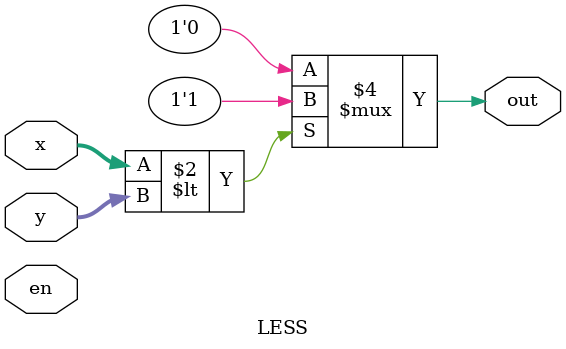
<source format=v>
module EQUAL(x, y, out,en);
   input [3:0] x,y;
   output   reg   out;
	input en;

   always @(x,y)
     begin
	if(x == y)
	  out = 1;
	else
	  out = 0;
     end
endmodule // EQUAL

module GREATER(x,y,out,en);
   input [3:0] x,y;
   output 	reg	out;
	input en;

   always @(x,y,en)
     begin
	if(x > y)
	  out = 1;
	else
	  out = 0;
     end
endmodule // GREATER

module LESS(x,y,out,en);
   input [3:0] x,y;
   output   reg   out;
	input en;

   always @(x,y)
     begin
	if(x < y)
	  out = 1;
	else
	  out = 0;
     end
endmodule // LESS

//module MAX(x,y,out,en);
//   
//endmodule // MAX

</source>
